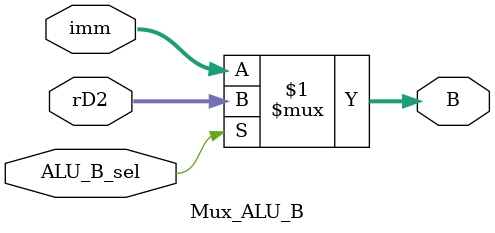
<source format=v>
module Mux_ALU_B(
        input [31:0] imm,
        input [31:0] rD2,
        input ALU_B_sel,
        output [31:0] B
    );
    assign B = ALU_B_sel ? rD2 : imm;
endmodule

</source>
